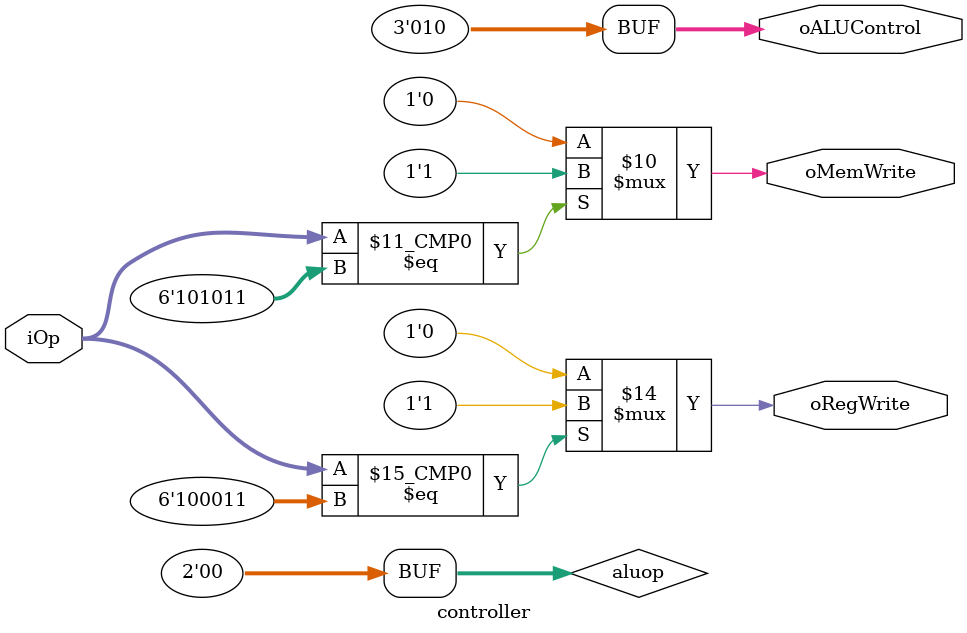
<source format=sv>
module controller(
  input logic [5:0] iOp,
  output logic oRegWrite,
  output logic oMemWrite,
  output logic [2:0] oALUControl
);
  logic [1:0] aluop;
  
  always_comb
    case(iOp)
      6'b100011: begin
        oRegWrite = 1'b1;
        oMemWrite = 1'b0;
        aluop = 2'b00;
      end
      6'b101011: begin
        oRegWrite = 1'b0;
        oMemWrite = 1'b1;
        aluop = 2'b00;
      end
      default: begin
        oRegWrite = 1'b0;
        oMemWrite = 1'b0;
        aluop = 2'b00;
      end
    endcase
  
  always_comb
    case(aluop)
      2'b00: oALUControl = 3'b010;
      default: oALUControl = 3'b000;
    endcase
endmodule
 
  
</source>
